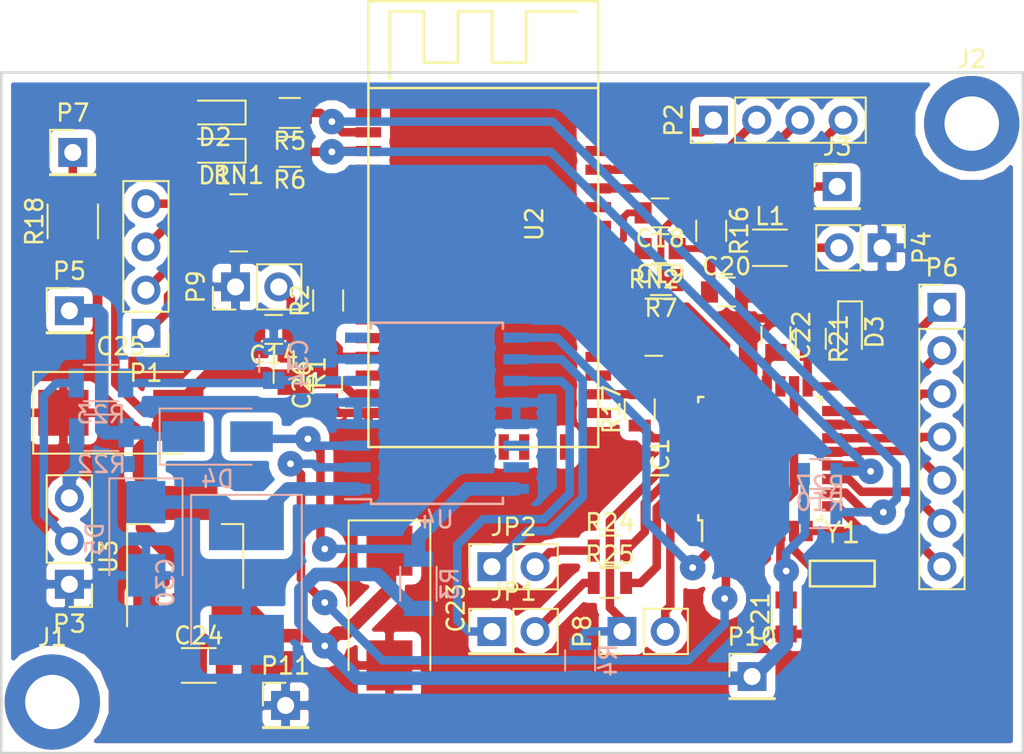
<source format=kicad_pcb>
(kicad_pcb (version 4) (host pcbnew 4.0.6)
  (title_block (title "IBus BT digital module") (date 2017-06-01) (rev 1) (company "the vty"))
  (layers (0 F.Cu signal) (31 B.Cu signal) (34 B.Paste user) (35 F.Paste user) (36 B.SilkS user) (37 F.SilkS user) (38 B.Mask user) (39 F.Mask user) (44 Edge.Cuts user))
  (net 0 "")
  (net 1 "Net-(C14-Pad1)")
  (net 2 GNDD)
  (net 3 "Net-(C19-Pad1)")
  (net 4 +3V3)
  (net 5 "Net-(D1-Pad1)")
  (net 6 "Net-(D2-Pad1)")
  (net 7 "Net-(L1-Pad2)")
  (net 8 "Net-(P1-Pad3)")
  (net 9 "Net-(P1-Pad4)")
  (net 10 "Net-(P3-Pad2)")
  (net 11 "Net-(P3-Pad3)")
  (net 12 "Net-(RN1-Pad7)")
  (net 13 "Net-(RN1-Pad8)")
  (net 14 "Net-(RN1-Pad6)")
  (net 15 "Net-(RN1-Pad5)")
  (net 16 "Net-(P1-Pad1)")
  (net 17 "Net-(P1-Pad2)")
  (net 18 +5V)
  (net 19 "Net-(C22-Pad2)")
  (net 20 "Net-(C34-Pad1)")
  (net 21 "Net-(D3-Pad2)")
  (net 22 "Net-(IC1-Pad7)")
  (net 23 "Net-(IC1-Pad8)")
  (net 24 "Net-(JP1-Pad1)")
  (net 25 "Net-(JP2-Pad1)")
  (net 26 "Net-(R1-Pad2)")
  (net 27 /B+)
  (net 28 /EN12)
  (net 29 /SPK_LP)
  (net 30 /SPK_LN)
  (net 31 /SPK_RP)
  (net 32 /SPK_RN)
  (net 33 "Net-(P7-Pad1)")
  (net 34 /TxDebug)
  (net 35 /RESET)
  (net 36 /MIC_BIAS)
  (net 37 /MIC_AP)
  (net 38 /MIC_AN)
  (net 39 "Net-(D4-Pad2)")
  (net 40 /SENSTA)
  (net 41 /EN)
  (net 42 /PD5)
  (net 43 /LED1)
  (net 44 /LED0)
  (net 45 /PB1)
  (net 46 /PB2)
  (net 47 /PB3-MOSI)
  (net 48 /PB4-MISO)
  (net 49 /PB5-SCK)
  (net 50 /PC0)
  (net 51 /PC1)
  (net 52 /PC2)
  (net 53 /PC3)
  (net 54 /PC4)
  (net 55 /RxD)
  (net 56 /TxD)
  (net 57 "Net-(JP1-Pad2)")
  (net 58 "Net-(JP2-Pad2)")
  (net 59 "Net-(R2-Pad2)")
  (net 60 "Net-(R17-Pad2)")
  (net 61 "Net-(RN2-Pad1)")
  (net 62 "Net-(RN2-Pad3)")
  (net 63 "Net-(RN2-Pad2)")
  (net 64 "Net-(RN2-Pad4)")
  (net 65 "Net-(R7-Pad2)")
  (module TO_SOT_Packages_SMD:SOT-223 (layer F.Cu) (at 132.3 104.25 90)
    (fp_text reference U3 (at 0 -4.5 90) (layer F.SilkS))
    (fp_text value LD1117S33CTR)
    (pad 4 smd rect (at 3.15 0 90) (size 2 3.8) (layers F.Cu F.Paste F.Mask))
    (pad 2 smd rect (at -3.15 0 90) (size 2 1.5) (layers F.Cu F.Paste F.Mask) (net 4 +3V3))
    (pad 3 smd rect (at -3.15 2.3 90) (size 2 1.5) (layers F.Cu F.Paste F.Mask) (net 18 +5V))
    (pad 1 smd rect (at -3.15 -2.3 90) (size 2 1.5) (layers F.Cu F.Paste F.Mask) (net 2 GNDD))
  )
  (module Capacitors_Tantalum_SMD:CP_Tantalum_Case-D_EIA-7343-31_Wave (layer F.Cu) (at 144.3 107.275 270)
    (fp_text reference C23 (at 0 -3.9 270) (layer F.SilkS))
    (fp_text value 22u)
    (pad 1 smd rect (at -3.375 0 270) (size 2.95 2.7) (layers F.Cu F.Paste F.Mask) (net 18 +5V))
    (pad 2 smd rect (at 3.375 0 270) (size 2.95 2.7) (layers F.Cu F.Paste F.Mask) (net 2 GNDD))
  )
  (module Resistors_SMD:R_1206 (layer B.Cu) (at 127.35 94.05)
    (fp_text reference R23 (at 0 1.85) (layer B.SilkS) (effects (justify mirror)))
    (fp_text value 10)
    (pad 1 smd rect (at -1.45 0) (size 0.9 1.7) (layers B.Cu B.Paste B.Mask) (net 10 "Net-(P3-Pad2)"))
    (pad 2 smd rect (at 1.45 0) (size 0.9 1.7) (layers B.Cu B.Paste B.Mask) (net 20 "Net-(C34-Pad1)"))
  )
  (module Pin_Headers:Pin_Header_Straight_2x01_Pitch2.54mm (layer F.Cu) (at 150.316 108.656)
    (fp_text reference JP1 (at 1.27 -2.33) (layer F.SilkS))
    (fp_text value Tx)
    (pad 1 thru_hole rect (at 0 0) (size 1.7 1.7) (drill 1) (layers *.Cu *.Mask) (net 24 "Net-(JP1-Pad1)"))
    (pad 2 thru_hole oval (at 2.54 0) (size 1.7 1.7) (drill 1) (layers *.Cu *.Mask) (net 57 "Net-(JP1-Pad2)"))
  )
  (module Resistors_SMD:R_Array_Convex_4x0603 (layer F.Cu) (at 159.83 90.768)
    (fp_text reference RN2 (at 0 -2.8) (layer F.SilkS))
    (fp_text value 8.2k)
    (pad 1 smd rect (at -0.9 -1.2) (size 0.8 0.5) (layers F.Cu F.Paste F.Mask) (net 61 "Net-(RN2-Pad1)"))
    (pad 3 smd rect (at -0.9 0.4) (size 0.8 0.4) (layers F.Cu F.Paste F.Mask) (net 62 "Net-(RN2-Pad3)"))
    (pad 2 smd rect (at -0.9 -0.4) (size 0.8 0.4) (layers F.Cu F.Paste F.Mask) (net 63 "Net-(RN2-Pad2)"))
    (pad 4 smd rect (at -0.9 1.2) (size 0.8 0.5) (layers F.Cu F.Paste F.Mask) (net 64 "Net-(RN2-Pad4)"))
    (pad 7 smd rect (at 0.9 -0.4) (size 0.8 0.4) (layers F.Cu F.Paste F.Mask) (net 51 /PC1))
    (pad 8 smd rect (at 0.9 -1.2) (size 0.8 0.5) (layers F.Cu F.Paste F.Mask) (net 50 /PC0))
    (pad 6 smd rect (at 0.9 0.4) (size 0.8 0.4) (layers F.Cu F.Paste F.Mask) (net 52 /PC2))
    (pad 5 smd rect (at 0.9 1.2) (size 0.8 0.5) (layers F.Cu F.Paste F.Mask) (net 53 /PC3))
  )
  (module Capacitors_SMD:C_0805 (layer F.Cu) (at 160.2 84.05 180)
    (fp_text reference C18 (at 0 -1.5 180) (layer F.SilkS))
    (fp_text value 100n)
    (pad 1 smd rect (at -1 0 180) (size 1 1.25) (layers F.Cu F.Paste F.Mask) (net 36 /MIC_BIAS))
    (pad 2 smd rect (at 1 0 180) (size 1 1.25) (layers F.Cu F.Paste F.Mask) (net 37 /MIC_AP))
  )
  (module Capacitors_SMD:C_0805 (layer F.Cu) (at 160.2 86.15 180)
    (fp_text reference C19 (at 0 -1.5 180) (layer F.SilkS))
    (fp_text value 100n)
    (pad 1 smd rect (at -1 0 180) (size 1 1.25) (layers F.Cu F.Paste F.Mask) (net 3 "Net-(C19-Pad1)"))
    (pad 2 smd rect (at 1 0 180) (size 1 1.25) (layers F.Cu F.Paste F.Mask) (net 38 /MIC_AN))
  )
  (module Resistors_SMD:R_1206 (layer F.Cu) (at 166.65 86.1)
    (fp_text reference L1 (at 0 -1.85) (layer F.SilkS))
    (fp_text value 15n)
    (pad 1 smd rect (at -1.45 0) (size 0.9 1.7) (layers F.Cu F.Paste F.Mask) (net 3 "Net-(C19-Pad1)"))
    (pad 2 smd rect (at 1.45 0) (size 0.9 1.7) (layers F.Cu F.Paste F.Mask) (net 7 "Net-(L1-Pad2)"))
  )
  (module Capacitors_SMD:C_0805 (layer F.Cu) (at 164.1 88.7)
    (fp_text reference C20 (at 0 -1.5) (layer F.SilkS))
    (fp_text value 15p)
    (pad 1 smd rect (at -1 0) (size 1 1.25) (layers F.Cu F.Paste F.Mask) (net 3 "Net-(C19-Pad1)"))
    (pad 2 smd rect (at 1 0) (size 1 1.25) (layers F.Cu F.Paste F.Mask) (net 2 GNDD))
  )
  (module Resistors_SMD:R_0805 (layer F.Cu) (at 163.2 85.1 270)
    (fp_text reference R16 (at 0 -1.65 270) (layer F.SilkS))
    (fp_text value 1k)
    (pad 1 smd rect (at -0.95 0 270) (size 0.7 1.3) (layers F.Cu F.Paste F.Mask) (net 36 /MIC_BIAS))
    (pad 2 smd rect (at 0.95 0 270) (size 0.7 1.3) (layers F.Cu F.Paste F.Mask) (net 3 "Net-(C19-Pad1)"))
  )
  (module CSR8645:CSR8645 (layer F.Cu) (at 149.814 84.712 270)
    (fp_text reference U2 (at 0 -3 270) (layer F.SilkS))
    (fp_text value CSR8645)
    (pad 1 smd rect (at -6.5 6.75 270) (size 0.6 1.5) (layers F.Cu F.Paste F.Mask))
    (pad 2 smd rect (at -5.4 6.75 270) (size 0.6 1.5) (layers F.Cu F.Paste F.Mask) (net 43 /LED1))
    (pad 3 smd rect (at -4.3 6.75 270) (size 0.6 1.5) (layers F.Cu F.Paste F.Mask) (net 44 /LED0))
    (pad 4 smd rect (at -3.2 6.75 270) (size 0.6 1.5) (layers F.Cu F.Paste F.Mask))
    (pad 5 smd rect (at -2.1 6.75 270) (size 0.6 1.5) (layers F.Cu F.Paste F.Mask) (net 13 "Net-(RN1-Pad8)"))
    (pad 6 smd rect (at -1 6.75 270) (size 0.6 1.5) (layers F.Cu F.Paste F.Mask) (net 12 "Net-(RN1-Pad7)"))
    (pad 7 smd rect (at 0.1 6.75 270) (size 0.6 1.5) (layers F.Cu F.Paste F.Mask) (net 14 "Net-(RN1-Pad6)"))
    (pad 8 smd rect (at 1.2 6.75 270) (size 0.6 1.5) (layers F.Cu F.Paste F.Mask) (net 15 "Net-(RN1-Pad5)"))
    (pad 9 smd rect (at 2.3 6.75 270) (size 0.6 1.5) (layers F.Cu F.Paste F.Mask) (net 59 "Net-(R2-Pad2)"))
    (pad 10 smd rect (at 3.4 6.75 270) (size 0.6 1.5) (layers F.Cu F.Paste F.Mask))
    (pad 11 smd rect (at 4.5 6.75 270) (size 0.6 1.5) (layers F.Cu F.Paste F.Mask))
    (pad 12 smd rect (at 5.6 6.75 270) (size 0.6 1.5) (layers F.Cu F.Paste F.Mask))
    (pad 13 smd rect (at 6.7 6.75 270) (size 0.6 1.5) (layers F.Cu F.Paste F.Mask))
    (pad 14 smd rect (at 7.8 6.75 270) (size 0.6 1.5) (layers F.Cu F.Paste F.Mask) (net 4 +3V3))
    (pad 15 smd rect (at 8.9 6.75 270) (size 0.6 1.5) (layers F.Cu F.Paste F.Mask) (net 59 "Net-(R2-Pad2)"))
    (pad 16 smd rect (at 10 6.75 270) (size 0.6 1.5) (layers F.Cu F.Paste F.Mask) (net 26 "Net-(R1-Pad2)"))
    (pad 17 smd rect (at 11.1 6.75 270) (size 0.6 1.5) (layers F.Cu F.Paste F.Mask) (net 2 GNDD))
    (pad 43 smd rect (at -6.5 -6.75 270) (size 0.6 1.5) (layers F.Cu F.Paste F.Mask))
    (pad 42 smd rect (at -5.4 -6.75 270) (size 0.6 1.5) (layers F.Cu F.Paste F.Mask) (net 29 /SPK_LP))
    (pad 41 smd rect (at -4.3 -6.75 270) (size 0.6 1.5) (layers F.Cu F.Paste F.Mask) (net 30 /SPK_LN))
    (pad 40 smd rect (at -3.2 -6.75 270) (size 0.6 1.5) (layers F.Cu F.Paste F.Mask) (net 31 /SPK_RP))
    (pad 39 smd rect (at -2.1 -6.75 270) (size 0.6 1.5) (layers F.Cu F.Paste F.Mask) (net 32 /SPK_RN))
    (pad 38 smd rect (at -1 -6.75 270) (size 0.6 1.5) (layers F.Cu F.Paste F.Mask))
    (pad 37 smd rect (at 0.1 -6.75 270) (size 0.6 1.5) (layers F.Cu F.Paste F.Mask))
    (pad 36 smd rect (at 1.2 -6.75 270) (size 0.6 1.5) (layers F.Cu F.Paste F.Mask) (net 37 /MIC_AP))
    (pad 35 smd rect (at 2.3 -6.75 270) (size 0.6 1.5) (layers F.Cu F.Paste F.Mask) (net 38 /MIC_AN))
    (pad 34 smd rect (at 3.4 -6.75 270) (size 0.6 1.5) (layers F.Cu F.Paste F.Mask) (net 65 "Net-(R7-Pad2)"))
    (pad 33 smd rect (at 4.5 -6.75 270) (size 0.6 1.5) (layers F.Cu F.Paste F.Mask) (net 61 "Net-(RN2-Pad1)"))
    (pad 32 smd rect (at 5.6 -6.75 270) (size 0.6 1.5) (layers F.Cu F.Paste F.Mask) (net 63 "Net-(RN2-Pad2)"))
    (pad 31 smd rect (at 6.7 -6.75 270) (size 0.6 1.5) (layers F.Cu F.Paste F.Mask) (net 62 "Net-(RN2-Pad3)"))
    (pad 30 smd rect (at 7.8 -6.75 270) (size 0.6 1.5) (layers F.Cu F.Paste F.Mask) (net 64 "Net-(RN2-Pad4)"))
    (pad 29 smd rect (at 8.9 -6.75 270) (size 0.6 1.5) (layers F.Cu F.Paste F.Mask))
    (pad 28 smd rect (at 10 -6.75 270) (size 0.6 1.5) (layers F.Cu F.Paste F.Mask) (net 60 "Net-(R17-Pad2)"))
    (pad 27 smd rect (at 11.1 -6.75 270) (size 0.6 1.5) (layers F.Cu F.Paste F.Mask))
    (pad 26 smd rect (at 13.1 -4.8 270) (size 1.5 0.6) (layers F.Cu F.Paste F.Mask))
    (pad 25 smd rect (at 13.1 -3.6 270) (size 1.5 0.6) (layers F.Cu F.Paste F.Mask))
    (pad 24 smd rect (at 13.1 -2.4 270) (size 1.5 0.6) (layers F.Cu F.Paste F.Mask))
    (pad 23 smd rect (at 13.1 -1.2 270) (size 1.5 0.6) (layers F.Cu F.Paste F.Mask))
    (pad 22 smd rect (at 13.1 0 270) (size 1.5 0.6) (layers F.Cu F.Paste F.Mask))
    (pad 21 smd rect (at 13.1 1.2 270) (size 1.5 0.6) (layers F.Cu F.Paste F.Mask))
    (pad 20 smd rect (at 13.1 2.4 270) (size 1.5 0.6) (layers F.Cu F.Paste F.Mask))
    (pad 19 smd rect (at 13.1 3.6 270) (size 1.5 0.6) (layers F.Cu F.Paste F.Mask))
    (pad 18 smd rect (at 13.1 4.8 270) (size 1.5 0.6) (layers F.Cu F.Paste F.Mask))
  )
  (module Capacitors_SMD:C_0805 (layer F.Cu) (at 137.5 90.9 180)
    (fp_text reference C14 (at 0 -1.5 180) (layer F.SilkS))
    (fp_text value 100n)
    (pad 1 smd rect (at -1 0 180) (size 1 1.25) (layers F.Cu F.Paste F.Mask) (net 1 "Net-(C14-Pad1)"))
    (pad 2 smd rect (at 1 0 180) (size 1 1.25) (layers F.Cu F.Paste F.Mask) (net 2 GNDD))
  )
  (module Capacitors_SMD:C_1206 (layer F.Cu) (at 133.1 110.65)
    (fp_text reference C24 (at 0 -1.75) (layer F.SilkS))
    (fp_text value 0.22u)
    (pad 1 smd rect (at -1.5 0) (size 1 1.6) (layers F.Cu F.Paste F.Mask) (net 2 GNDD))
    (pad 2 smd rect (at 1.5 0) (size 1 1.6) (layers F.Cu F.Paste F.Mask) (net 18 +5V))
  )
  (module Capacitors_SMD:C_0805 (layer F.Cu) (at 140.664 94.162 90)
    (fp_text reference C26 (at 0 -1.5 90) (layer F.SilkS))
    (fp_text value 0.22u)
    (pad 1 smd rect (at -1 0 90) (size 1 1.25) (layers F.Cu F.Paste F.Mask) (net 2 GNDD))
    (pad 2 smd rect (at 1 0 90) (size 1 1.25) (layers F.Cu F.Paste F.Mask) (net 4 +3V3))
  )
  (module Mounting_Holes:MountingHole_3.2mm_M3_DIN965_Pad (layer F.Cu) (at 124.5 112.8)
    (fp_text reference J1 (at 0 -3.8) (layer F.SilkS))
    (fp_text value Screw)
    (pad 1 thru_hole circle (at 0 0) (size 5.6 5.6) (drill 3.2) (layers *.Cu *.Mask))
  )
  (module Mounting_Holes:MountingHole_3.2mm_M3_DIN965_Pad (layer F.Cu) (at 178.5 78.8)
    (fp_text reference J2 (at 0 -3.8) (layer F.SilkS))
    (fp_text value Screw)
    (pad 1 thru_hole circle (at 0 0) (size 5.6 5.6) (drill 3.2) (layers *.Cu *.Mask))
  )
  (module Pin_Headers:Pin_Header_Straight_1x02_Pitch2.54mm (layer F.Cu) (at 173.24 86.1 270)
    (fp_text reference P4 (at 0 -2.33 270) (layer F.SilkS))
    (fp_text value MIC_A)
    (pad 1 thru_hole rect (at 0 0 270) (size 1.7 1.7) (drill 1) (layers *.Cu *.Mask) (net 2 GNDD))
    (pad 2 thru_hole oval (at 0 2.54 270) (size 1.7 1.7) (drill 1) (layers *.Cu *.Mask) (net 7 "Net-(L1-Pad2)"))
  )
  (module Resistors_SMD:R_0805 (layer F.Cu) (at 140.7 89.2 90)
    (fp_text reference R2 (at 0 -1.65 90) (layer F.SilkS))
    (fp_text value 10k)
    (pad 1 smd rect (at -0.95 0 90) (size 0.7 1.3) (layers F.Cu F.Paste F.Mask) (net 4 +3V3))
    (pad 2 smd rect (at 0.95 0 90) (size 0.7 1.3) (layers F.Cu F.Paste F.Mask) (net 59 "Net-(R2-Pad2)"))
  )
  (module Resistors_SMD:R_0805 (layer F.Cu) (at 138.444 78.176 180)
    (fp_text reference R5 (at 0 -1.65 180) (layer F.SilkS))
    (fp_text value 1k)
    (pad 1 smd rect (at -0.95 0 180) (size 0.7 1.3) (layers F.Cu F.Paste F.Mask) (net 43 /LED1))
    (pad 2 smd rect (at 0.95 0 180) (size 0.7 1.3) (layers F.Cu F.Paste F.Mask) (net 6 "Net-(D2-Pad1)"))
  )
  (module Resistors_SMD:R_0805 (layer F.Cu) (at 138.444 80.462 180)
    (fp_text reference R6 (at 0 -1.65 180) (layer F.SilkS))
    (fp_text value 1k)
    (pad 1 smd rect (at -0.95 0 180) (size 0.7 1.3) (layers F.Cu F.Paste F.Mask) (net 44 /LED0))
    (pad 2 smd rect (at 0.95 0 180) (size 0.7 1.3) (layers F.Cu F.Paste F.Mask) (net 5 "Net-(D1-Pad1)"))
  )
  (module Resistors_SMD:R_Array_Convex_4x0603 (layer F.Cu) (at 135.446 84.634)
    (fp_text reference RN1 (at 0 -2.8) (layer F.SilkS))
    (fp_text value 1k)
    (pad 1 smd rect (at -0.9 -1.2) (size 0.8 0.5) (layers F.Cu F.Paste F.Mask) (net 9 "Net-(P1-Pad4)"))
    (pad 3 smd rect (at -0.9 0.4) (size 0.8 0.4) (layers F.Cu F.Paste F.Mask) (net 17 "Net-(P1-Pad2)"))
    (pad 2 smd rect (at -0.9 -0.4) (size 0.8 0.4) (layers F.Cu F.Paste F.Mask) (net 8 "Net-(P1-Pad3)"))
    (pad 4 smd rect (at -0.9 1.2) (size 0.8 0.5) (layers F.Cu F.Paste F.Mask) (net 16 "Net-(P1-Pad1)"))
    (pad 7 smd rect (at 0.9 -0.4) (size 0.8 0.4) (layers F.Cu F.Paste F.Mask) (net 12 "Net-(RN1-Pad7)"))
    (pad 8 smd rect (at 0.9 -1.2) (size 0.8 0.5) (layers F.Cu F.Paste F.Mask) (net 13 "Net-(RN1-Pad8)"))
    (pad 6 smd rect (at 0.9 0.4) (size 0.8 0.4) (layers F.Cu F.Paste F.Mask) (net 14 "Net-(RN1-Pad6)"))
    (pad 5 smd rect (at 0.9 1.2) (size 0.8 0.5) (layers F.Cu F.Paste F.Mask) (net 15 "Net-(RN1-Pad5)"))
  )
  (module Pin_Headers:Pin_Header_Straight_1x02_Pitch2.54mm (layer F.Cu) (at 135.26 88.4 90)
    (fp_text reference P9 (at 0 -2.33 90) (layer F.SilkS))
    (fp_text value 1v8)
    (pad 1 thru_hole rect (at 0 0 90) (size 1.7 1.7) (drill 1) (layers *.Cu *.Mask) (net 2 GNDD))
    (pad 2 thru_hole oval (at 0 2.54 90) (size 1.7 1.7) (drill 1) (layers *.Cu *.Mask) (net 1 "Net-(C14-Pad1)"))
  )
  (module Pin_Headers:Pin_Header_Straight_1x04_Pitch2.54mm (layer F.Cu) (at 129.996 91.13 180)
    (fp_text reference P1 (at 0 -2.33 180) (layer F.SilkS))
    (fp_text value "SPI PROG")
    (pad 1 thru_hole rect (at 0 0 180) (size 1.7 1.7) (drill 1) (layers *.Cu *.Mask) (net 16 "Net-(P1-Pad1)"))
    (pad 2 thru_hole oval (at 0 2.54 180) (size 1.7 1.7) (drill 1) (layers *.Cu *.Mask) (net 17 "Net-(P1-Pad2)"))
    (pad 3 thru_hole oval (at 0 5.08 180) (size 1.7 1.7) (drill 1) (layers *.Cu *.Mask) (net 8 "Net-(P1-Pad3)"))
    (pad 4 thru_hole oval (at 0 7.62 180) (size 1.7 1.7) (drill 1) (layers *.Cu *.Mask) (net 9 "Net-(P1-Pad4)"))
  )
  (module Capacitors_SMD:C_0805 (layer F.Cu) (at 167.6 107.8 90)
    (fp_text reference C21 (at 0 -1.5 90) (layer F.SilkS))
    (fp_text value 0.22u)
    (pad 1 smd rect (at -1 0 90) (size 1 1.25) (layers F.Cu F.Paste F.Mask) (net 2 GNDD))
    (pad 2 smd rect (at 1 0 90) (size 1 1.25) (layers F.Cu F.Paste F.Mask) (net 18 +5V))
  )
  (module Pin_Headers:Pin_Header_Straight_1x03_Pitch2.54mm (layer F.Cu) (at 125.5 105.88 180)
    (fp_text reference P3 (at 0 -2.33 180) (layer F.SilkS))
    (fp_text value CAR)
    (pad 1 thru_hole rect (at 0 0 180) (size 1.7 1.7) (drill 1) (layers *.Cu *.Mask) (net 2 GNDD))
    (pad 2 thru_hole oval (at 0 2.54 180) (size 1.7 1.7) (drill 1) (layers *.Cu *.Mask) (net 10 "Net-(P3-Pad2)"))
    (pad 3 thru_hole oval (at 0 5.08 180) (size 1.7 1.7) (drill 1) (layers *.Cu *.Mask) (net 11 "Net-(P3-Pad3)"))
  )
  (module Resistors_SMD:R_1206 (layer B.Cu) (at 127.382 96.972)
    (fp_text reference R22 (at 0 1.85) (layer B.SilkS) (effects (justify mirror)))
    (fp_text value 10)
    (pad 1 smd rect (at -1.45 0) (size 0.9 1.7) (layers B.Cu B.Paste B.Mask) (net 11 "Net-(P3-Pad3)"))
    (pad 2 smd rect (at 1.45 0) (size 0.9 1.7) (layers B.Cu B.Paste B.Mask) (net 27 /B+))
  )
  (module Capacitors_SMD:C_0805 (layer F.Cu) (at 167 91.25 270)
    (fp_text reference C22 (at 0 -1.5 270) (layer F.SilkS))
    (fp_text value 100n)
    (pad 1 smd rect (at -1 0 270) (size 1 1.25) (layers F.Cu F.Paste F.Mask) (net 2 GNDD))
    (pad 2 smd rect (at 1 0 270) (size 1 1.25) (layers F.Cu F.Paste F.Mask) (net 19 "Net-(C22-Pad2)"))
  )
  (module Capacitors_Tantalum_SMD:CP_Tantalum_Case-D_EIA-7343-31_Wave (layer F.Cu) (at 128.525 95.8)
    (fp_text reference C25 (at 0 -3.9) (layer F.SilkS))
    (fp_text value 22u)
    (pad 1 smd rect (at -3.375 0) (size 2.95 2.7) (layers F.Cu F.Paste F.Mask) (net 2 GNDD))
    (pad 2 smd rect (at 3.375 0) (size 2.95 2.7) (layers F.Cu F.Paste F.Mask) (net 4 +3V3))
  )
  (module Capacitors_Tantalum_SMD:CP_Tantalum_Case-E_EIA-7260-38_Wave (layer B.Cu) (at 135.9 105.775 270)
    (fp_text reference C30 (at 0 4.75 270) (layer B.SilkS) (effects (justify mirror)))
    (fp_text value 22u)
    (pad 1 smd rect (at -3.375 0 270) (size 2.95 4.4) (layers B.Cu B.Paste B.Mask) (net 27 /B+))
    (pad 2 smd rect (at 3.375 0 270) (size 2.95 4.4) (layers B.Cu B.Paste B.Mask) (net 2 GNDD))
  )
  (module Capacitors_SMD:C_0805 (layer B.Cu) (at 137.5 92.9 90)
    (fp_text reference C34 (at 0 1.5 90) (layer B.SilkS) (effects (justify mirror)))
    (fp_text value 10p)
    (pad 1 smd rect (at -1 0 90) (size 1 1.25) (layers B.Cu B.Paste B.Mask) (net 20 "Net-(C34-Pad1)"))
    (pad 2 smd rect (at 1 0 90) (size 1 1.25) (layers B.Cu B.Paste B.Mask) (net 2 GNDD))
  )
  (module Diodes_SMD:D_SMB (layer B.Cu) (at 129.996 103.204 270)
    (fp_text reference D5 (at 0 3 270) (layer B.SilkS) (effects (justify mirror)))
    (fp_text value 24v)
    (pad 1 smd rect (at -2.15 0 270) (size 2.5 2.3) (layers B.Cu B.Paste B.Mask) (net 27 /B+))
    (pad 2 smd rect (at 2.15 0 270) (size 2.5 2.3) (layers B.Cu B.Paste B.Mask) (net 2 GNDD))
  )
  (module Housings_QFP:LQFP-32_7x7mm_Pitch0.8mm (layer F.Cu) (at 166.064 98.496 90)
    (fp_text reference IC1 (at 0 -5.85 90) (layer F.SilkS))
    (fp_text value ATMEGA328P-A)
    (pad 1 smd rect (at -4.25 -2.8 90) (size 1.2 0.6) (layers F.Cu F.Paste F.Mask) (net 40 /SENSTA))
    (pad 2 smd rect (at -4.25 -2 90) (size 1.2 0.6) (layers F.Cu F.Paste F.Mask) (net 41 /EN))
    (pad 3 smd rect (at -4.25 -1.2 90) (size 1.2 0.6) (layers F.Cu F.Paste F.Mask) (net 2 GNDD))
    (pad 4 smd rect (at -4.25 -0.4 90) (size 1.2 0.6) (layers F.Cu F.Paste F.Mask) (net 18 +5V))
    (pad 5 smd rect (at -4.25 0.4 90) (size 1.2 0.6) (layers F.Cu F.Paste F.Mask) (net 2 GNDD))
    (pad 6 smd rect (at -4.25 1.2 90) (size 1.2 0.6) (layers F.Cu F.Paste F.Mask) (net 18 +5V))
    (pad 7 smd rect (at -4.25 2 90) (size 1.2 0.6) (layers F.Cu F.Paste F.Mask) (net 22 "Net-(IC1-Pad7)"))
    (pad 8 smd rect (at -4.25 2.8 90) (size 1.2 0.6) (layers F.Cu F.Paste F.Mask) (net 23 "Net-(IC1-Pad8)"))
    (pad 9 smd rect (at -2.8 4.25 180) (size 1.2 0.6) (layers F.Cu F.Paste F.Mask) (net 42 /PD5))
    (pad 10 smd rect (at -2 4.25 180) (size 1.2 0.6) (layers F.Cu F.Paste F.Mask) (net 43 /LED1))
    (pad 11 smd rect (at -1.2 4.25 180) (size 1.2 0.6) (layers F.Cu F.Paste F.Mask) (net 34 /TxDebug))
    (pad 12 smd rect (at -0.4 4.25 180) (size 1.2 0.6) (layers F.Cu F.Paste F.Mask) (net 44 /LED0))
    (pad 13 smd rect (at 0.4 4.25 180) (size 1.2 0.6) (layers F.Cu F.Paste F.Mask) (net 45 /PB1))
    (pad 14 smd rect (at 1.2 4.25 180) (size 1.2 0.6) (layers F.Cu F.Paste F.Mask) (net 46 /PB2))
    (pad 15 smd rect (at 2 4.25 180) (size 1.2 0.6) (layers F.Cu F.Paste F.Mask) (net 47 /PB3-MOSI))
    (pad 16 smd rect (at 2.8 4.25 180) (size 1.2 0.6) (layers F.Cu F.Paste F.Mask) (net 48 /PB4-MISO))
    (pad 17 smd rect (at 4.25 2.8 90) (size 1.2 0.6) (layers F.Cu F.Paste F.Mask) (net 49 /PB5-SCK))
    (pad 18 smd rect (at 4.25 2 90) (size 1.2 0.6) (layers F.Cu F.Paste F.Mask) (net 18 +5V))
    (pad 19 smd rect (at 4.25 1.2 90) (size 1.2 0.6) (layers F.Cu F.Paste F.Mask))
    (pad 20 smd rect (at 4.25 0.4 90) (size 1.2 0.6) (layers F.Cu F.Paste F.Mask) (net 19 "Net-(C22-Pad2)"))
    (pad 21 smd rect (at 4.25 -0.4 90) (size 1.2 0.6) (layers F.Cu F.Paste F.Mask) (net 2 GNDD))
    (pad 22 smd rect (at 4.25 -1.2 90) (size 1.2 0.6) (layers F.Cu F.Paste F.Mask))
    (pad 23 smd rect (at 4.25 -2 90) (size 1.2 0.6) (layers F.Cu F.Paste F.Mask) (net 50 /PC0))
    (pad 24 smd rect (at 4.25 -2.8 90) (size 1.2 0.6) (layers F.Cu F.Paste F.Mask) (net 51 /PC1))
    (pad 25 smd rect (at 2.8 -4.25 180) (size 1.2 0.6) (layers F.Cu F.Paste F.Mask) (net 52 /PC2))
    (pad 26 smd rect (at 2 -4.25 180) (size 1.2 0.6) (layers F.Cu F.Paste F.Mask) (net 53 /PC3))
    (pad 27 smd rect (at 1.2 -4.25 180) (size 1.2 0.6) (layers F.Cu F.Paste F.Mask) (net 54 /PC4))
    (pad 28 smd rect (at 0.4 -4.25 180) (size 1.2 0.6) (layers F.Cu F.Paste F.Mask))
    (pad 29 smd rect (at -0.4 -4.25 180) (size 1.2 0.6) (layers F.Cu F.Paste F.Mask) (net 35 /RESET))
    (pad 30 smd rect (at -1.2 -4.25 180) (size 1.2 0.6) (layers F.Cu F.Paste F.Mask) (net 55 /RxD))
    (pad 31 smd rect (at -2 -4.25 180) (size 1.2 0.6) (layers F.Cu F.Paste F.Mask) (net 56 /TxD))
    (pad 32 smd rect (at -2.8 -4.25 180) (size 1.2 0.6) (layers F.Cu F.Paste F.Mask) (net 28 /EN12))
  )
  (module Resistors_SMD:R_0805 (layer F.Cu) (at 169.05 91.45 270)
    (fp_text reference R21 (at 0 -1.65 270) (layer F.SilkS))
    (fp_text value 1k)
    (pad 1 smd rect (at -0.95 0 270) (size 0.7 1.3) (layers F.Cu F.Paste F.Mask) (net 21 "Net-(D3-Pad2)"))
    (pad 2 smd rect (at 0.95 0 270) (size 0.7 1.3) (layers F.Cu F.Paste F.Mask) (net 49 /PB5-SCK))
  )
  (module Resistors_SMD:R_0805 (layer F.Cu) (at 157.25 103.9)
    (fp_text reference R24 (at 0 -1.65) (layer F.SilkS))
    (fp_text value 100)
    (pad 1 smd rect (at -0.95 0) (size 0.7 1.3) (layers F.Cu F.Paste F.Mask) (net 58 "Net-(JP2-Pad2)"))
    (pad 2 smd rect (at 0.95 0) (size 0.7 1.3) (layers F.Cu F.Paste F.Mask) (net 55 /RxD))
  )
  (module Resistors_SMD:R_0805 (layer F.Cu) (at 157.25 105.8)
    (fp_text reference R25 (at 0 -1.65) (layer F.SilkS))
    (fp_text value 100)
    (pad 1 smd rect (at -0.95 0) (size 0.7 1.3) (layers F.Cu F.Paste F.Mask) (net 57 "Net-(JP1-Pad2)"))
    (pad 2 smd rect (at 0.95 0) (size 0.7 1.3) (layers F.Cu F.Paste F.Mask) (net 56 /TxD))
  )
  (module Housings_SOIC:SOIC-16W_7.5x10.3mm_Pitch1.27mm (layer B.Cu) (at 147.092 95.829)
    (fp_text reference U4 (at 0 6.25) (layer B.SilkS) (effects (justify mirror)))
    (fp_text value TH3122.4)
    (pad 1 smd rect (at -4.65 4.445) (size 1.5 0.6) (layers B.Cu B.Paste B.Mask) (net 27 /B+))
    (pad 2 smd rect (at -4.65 3.175) (size 1.5 0.6) (layers B.Cu B.Paste B.Mask) (net 41 /EN))
    (pad 3 smd rect (at -4.65 1.905) (size 1.5 0.6) (layers B.Cu B.Paste B.Mask) (net 39 "Net-(D4-Pad2)"))
    (pad 4 smd rect (at -4.65 0.635) (size 1.5 0.6) (layers B.Cu B.Paste B.Mask) (net 2 GNDD))
    (pad 5 smd rect (at -4.65 -0.635) (size 1.5 0.6) (layers B.Cu B.Paste B.Mask) (net 2 GNDD))
    (pad 6 smd rect (at -4.65 -1.905) (size 1.5 0.6) (layers B.Cu B.Paste B.Mask) (net 20 "Net-(C34-Pad1)"))
    (pad 7 smd rect (at -4.65 -3.175) (size 1.5 0.6) (layers B.Cu B.Paste B.Mask) (net 2 GNDD))
    (pad 8 smd rect (at -4.65 -4.445) (size 1.5 0.6) (layers B.Cu B.Paste B.Mask))
    (pad 9 smd rect (at 4.65 -4.445) (size 1.5 0.6) (layers B.Cu B.Paste B.Mask) (net 40 /SENSTA))
    (pad 10 smd rect (at 4.65 -3.175) (size 1.5 0.6) (layers B.Cu B.Paste B.Mask) (net 25 "Net-(JP2-Pad1)"))
    (pad 11 smd rect (at 4.65 -1.905) (size 1.5 0.6) (layers B.Cu B.Paste B.Mask) (net 24 "Net-(JP1-Pad1)"))
    (pad 12 smd rect (at 4.65 -0.635) (size 1.5 0.6) (layers B.Cu B.Paste B.Mask) (net 2 GNDD))
    (pad 13 smd rect (at 4.65 0.635) (size 1.5 0.6) (layers B.Cu B.Paste B.Mask) (net 2 GNDD))
    (pad 14 smd rect (at 4.65 1.905) (size 1.5 0.6) (layers B.Cu B.Paste B.Mask))
    (pad 15 smd rect (at 4.65 3.175) (size 1.5 0.6) (layers B.Cu B.Paste B.Mask))
    (pad 16 smd rect (at 4.65 4.445) (size 1.5 0.6) (layers B.Cu B.Paste B.Mask) (net 39 "Net-(D4-Pad2)"))
  )
  (module Murata_CSTCE:SOIC-3 (layer F.Cu) (at 170.9 105.3 180)
    (fp_text reference Y1 (at 0 2.45 180) (layer F.SilkS) (effects (font (size 1.2 1.2))))
    (fp_text value 16MHz)
    (pad 1 smd rect (at -1.4 0 180) (size 0.8 1.5) (layers F.Cu F.Paste F.Mask) (net 23 "Net-(IC1-Pad8)"))
    (pad 2 smd rect (at 0 0 180) (size 0.4 1.5) (layers F.Cu F.Paste F.Mask) (net 2 GNDD))
    (pad 3 smd rect (at 1.4 0 180) (size 0.8 1.5) (layers F.Cu F.Paste F.Mask) (net 22 "Net-(IC1-Pad7)"))
  )
  (module Pin_Headers:Pin_Header_Straight_2x01_Pitch2.54mm (layer F.Cu) (at 150.316 104.846)
    (fp_text reference JP2 (at 1.27 -2.33) (layer F.SilkS))
    (fp_text value Rx)
    (pad 1 thru_hole rect (at 0 0) (size 1.7 1.7) (drill 1) (layers *.Cu *.Mask) (net 25 "Net-(JP2-Pad1)"))
    (pad 2 thru_hole oval (at 2.54 0) (size 1.7 1.7) (drill 1) (layers *.Cu *.Mask) (net 58 "Net-(JP2-Pad2)"))
  )
  (module Resistors_SMD:R_0805 (layer B.Cu) (at 169.6 101.7 180)
    (fp_text reference R27 (at 0 1.65 180) (layer B.SilkS) (effects (justify mirror)))
    (fp_text value 1k)
    (pad 1 smd rect (at -0.95 0 180) (size 0.7 1.3) (layers B.Cu B.Paste B.Mask) (net 43 /LED1))
    (pad 2 smd rect (at 0.95 0 180) (size 0.7 1.3) (layers B.Cu B.Paste B.Mask) (net 18 +5V))
  )
  (module Resistors_SMD:R_0805 (layer F.Cu) (at 159 95.6 90)
    (fp_text reference R17 (at 0 -1.65 90) (layer F.SilkS))
    (fp_text value 8.2k)
    (pad 1 smd rect (at -0.95 0 90) (size 0.7 1.3) (layers F.Cu F.Paste F.Mask) (net 54 /PC4))
    (pad 2 smd rect (at 0.95 0 90) (size 0.7 1.3) (layers F.Cu F.Paste F.Mask) (net 60 "Net-(R17-Pad2)"))
  )
  (module Resistors_SMD:R_0805 (layer B.Cu) (at 169.6 99.4)
    (fp_text reference R10 (at 0 1.65) (layer B.SilkS) (effects (justify mirror)))
    (fp_text value 1k)
    (pad 1 smd rect (at -0.95 0) (size 0.7 1.3) (layers B.Cu B.Paste B.Mask) (net 18 +5V))
    (pad 2 smd rect (at 0.95 0) (size 0.7 1.3) (layers B.Cu B.Paste B.Mask) (net 44 /LED0))
  )
  (module Resistors_SMD:R_1210 (layer F.Cu) (at 125.7 84.55 90)
    (fp_text reference R18 (at 0 -2.25 90) (layer F.SilkS))
    (fp_text value 20)
    (pad 1 smd rect (at -1.45 0 90) (size 0.9 2.5) (layers F.Cu F.Paste F.Mask) (net 2 GNDD))
    (pad 2 smd rect (at 1.45 0 90) (size 0.9 2.5) (layers F.Cu F.Paste F.Mask) (net 33 "Net-(P7-Pad1)"))
  )
  (module Resistors_SMD:R_0805 (layer F.Cu) (at 138.378 93.45 270)
    (fp_text reference R1 (at 0 -1.65 270) (layer F.SilkS))
    (fp_text value 1k)
    (pad 1 smd rect (at -0.95 0 270) (size 0.7 1.3) (layers F.Cu F.Paste F.Mask) (net 1 "Net-(C14-Pad1)"))
    (pad 2 smd rect (at 0.95 0 270) (size 0.7 1.3) (layers F.Cu F.Paste F.Mask) (net 26 "Net-(R1-Pad2)"))
  )
  (module LEDs:LED_0805 (layer F.Cu) (at 134.05 80.4 180)
    (fp_text reference D1 (at 0 -1.45 180) (layer F.SilkS))
    (fp_text value LED)
    (pad 2 smd rect (at 1.1 0) (size 1.2 1.2) (layers F.Cu F.Paste F.Mask) (net 4 +3V3))
    (pad 1 smd rect (at -1.1 0) (size 1.2 1.2) (layers F.Cu F.Paste F.Mask) (net 5 "Net-(D1-Pad1)"))
  )
  (module LEDs:LED_0805 (layer F.Cu) (at 134.05 78.15 180)
    (fp_text reference D2 (at 0 -1.45 180) (layer F.SilkS))
    (fp_text value LED)
    (pad 2 smd rect (at 1.1 0) (size 1.2 1.2) (layers F.Cu F.Paste F.Mask) (net 4 +3V3))
    (pad 1 smd rect (at -1.1 0) (size 1.2 1.2) (layers F.Cu F.Paste F.Mask) (net 6 "Net-(D2-Pad1)"))
  )
  (module LEDs:LED_0805 (layer F.Cu) (at 171.35 91.05 270)
    (fp_text reference D3 (at 0 -1.45 270) (layer F.SilkS))
    (fp_text value LED)
    (pad 2 smd rect (at 1.1 0 90) (size 1.2 1.2) (layers F.Cu F.Paste F.Mask) (net 21 "Net-(D3-Pad2)"))
    (pad 1 smd rect (at -1.1 0 90) (size 1.2 1.2) (layers F.Cu F.Paste F.Mask) (net 2 GNDD))
  )
  (module Pin_Headers:Pin_Header_Straight_1x04_Pitch2.54mm (layer F.Cu) (at 163.33 78.6 90)
    (fp_text reference P2 (at 0 -2.33 90) (layer F.SilkS))
    (fp_text value CONN_01X04)
    (pad 1 thru_hole rect (at 0 0 90) (size 1.7 1.7) (drill 1) (layers *.Cu *.Mask) (net 29 /SPK_LP))
    (pad 2 thru_hole oval (at 0 2.54 90) (size 1.7 1.7) (drill 1) (layers *.Cu *.Mask) (net 30 /SPK_LN))
    (pad 3 thru_hole oval (at 0 5.08 90) (size 1.7 1.7) (drill 1) (layers *.Cu *.Mask) (net 31 /SPK_RP))
    (pad 4 thru_hole oval (at 0 7.62 90) (size 1.7 1.7) (drill 1) (layers *.Cu *.Mask) (net 32 /SPK_RN))
  )
  (module Pin_Headers:Pin_Header_Straight_1x07_Pitch2.54mm (layer F.Cu) (at 176.75 89.6)
    (fp_text reference P6 (at 0 -2.33) (layer F.SilkS))
    (fp_text value CONN_01X07)
    (pad 1 thru_hole rect (at 0 0) (size 1.7 1.7) (drill 1) (layers *.Cu *.Mask) (net 49 /PB5-SCK))
    (pad 2 thru_hole oval (at 0 2.54) (size 1.7 1.7) (drill 1) (layers *.Cu *.Mask) (net 48 /PB4-MISO))
    (pad 3 thru_hole oval (at 0 5.08) (size 1.7 1.7) (drill 1) (layers *.Cu *.Mask) (net 47 /PB3-MOSI))
    (pad 4 thru_hole oval (at 0 7.62) (size 1.7 1.7) (drill 1) (layers *.Cu *.Mask) (net 46 /PB2))
    (pad 5 thru_hole oval (at 0 10.16) (size 1.7 1.7) (drill 1) (layers *.Cu *.Mask) (net 45 /PB1))
    (pad 6 thru_hole oval (at 0 12.7) (size 1.7 1.7) (drill 1) (layers *.Cu *.Mask) (net 34 /TxDebug))
    (pad 7 thru_hole oval (at 0 15.24) (size 1.7 1.7) (drill 1) (layers *.Cu *.Mask) (net 42 /PD5))
  )
  (module Pin_Headers:Pin_Header_Straight_1x02_Pitch2.54mm (layer F.Cu) (at 157.96 108.65 90)
    (fp_text reference P8 (at 0 -2.33 90) (layer F.SilkS))
    (fp_text value CONN_01X02)
    (pad 1 thru_hole rect (at 0 0 90) (size 1.7 1.7) (drill 1) (layers *.Cu *.Mask) (net 35 /RESET))
    (pad 2 thru_hole oval (at 0 2.54 90) (size 1.7 1.7) (drill 1) (layers *.Cu *.Mask) (net 28 /EN12))
  )
  (module Pin_Headers:Pin_Header_Straight_1x01_Pitch2.54mm (layer F.Cu) (at 125.5 89.8)
    (fp_text reference P5 (at 0 -2.33) (layer F.SilkS))
    (fp_text value B+)
    (pad 1 thru_hole rect (at 0 0) (size 1.7 1.7) (drill 1) (layers *.Cu *.Mask) (net 27 /B+))
  )
  (module Pin_Headers:Pin_Header_Straight_1x01_Pitch2.54mm (layer F.Cu) (at 125.7 80.5)
    (fp_text reference P7 (at 0 -2.33) (layer F.SilkS))
    (fp_text value GNDA)
    (pad 1 thru_hole rect (at 0 0) (size 1.7 1.7) (drill 1) (layers *.Cu *.Mask) (net 33 "Net-(P7-Pad1)"))
  )
  (module Pin_Headers:Pin_Header_Straight_1x01_Pitch2.54mm (layer F.Cu) (at 165.6 111.3)
    (fp_text reference P10 (at 0 -2.33) (layer F.SilkS))
    (fp_text value +5)
    (pad 1 thru_hole rect (at 0 0) (size 1.7 1.7) (drill 1) (layers *.Cu *.Mask) (net 18 +5V))
  )
  (module Resistors_SMD:R_1206 (layer B.Cu) (at 146 105.85 90)
    (fp_text reference R3 (at 0 1.85 90) (layer B.SilkS) (effects (justify mirror)))
    (fp_text value 0)
    (pad 1 smd rect (at -1.45 0 90) (size 0.9 1.7) (layers B.Cu B.Paste B.Mask) (net 18 +5V))
    (pad 2 smd rect (at 1.45 0 90) (size 0.9 1.7) (layers B.Cu B.Paste B.Mask) (net 39 "Net-(D4-Pad2)"))
  )
  (module Diodes_SMD:D_SMA (layer B.Cu) (at 134.2 97.2)
    (fp_text reference D4 (at 0 2.5) (layer B.SilkS) (effects (justify mirror)))
    (fp_text value D_Schottky)
    (pad 1 smd rect (at -2 0) (size 2.5 1.8) (layers B.Cu B.Paste B.Mask) (net 27 /B+))
    (pad 2 smd rect (at 2 0) (size 2.5 1.8) (layers B.Cu B.Paste B.Mask) (net 39 "Net-(D4-Pad2)"))
  )
  (module Pin_Headers:Pin_Header_Straight_1x01_Pitch2.54mm (layer F.Cu) (at 138.2 113)
    (fp_text reference P11 (at 0 -2.33) (layer F.SilkS))
    (fp_text value GNDD)
    (pad 1 thru_hole rect (at 0 0) (size 1.7 1.7) (drill 1) (layers *.Cu *.Mask) (net 2 GNDD))
  )
  (module Resistors_SMD:R_0805 (layer B.Cu) (at 155.5 110.35 90)
    (fp_text reference R4 (at 0 1.65 90) (layer B.SilkS) (effects (justify mirror)))
    (fp_text value 1k)
    (pad 1 smd rect (at -0.95 0 90) (size 0.7 1.3) (layers B.Cu B.Paste B.Mask) (net 18 +5V))
    (pad 2 smd rect (at 0.95 0 90) (size 0.7 1.3) (layers B.Cu B.Paste B.Mask) (net 35 /RESET))
  )
  (module Pin_Headers:Pin_Header_Straight_1x01_Pitch2.54mm (layer F.Cu) (at 170.6 82.5)
    (fp_text reference J3 (at 0 -2.33) (layer F.SilkS))
    (fp_text value "External Mic Bias")
    (pad 1 thru_hole rect (at 0 0) (size 1.7 1.7) (drill 1) (layers *.Cu *.Mask) (net 36 /MIC_BIAS))
  )
  (module Resistors_SMD:R_0805 (layer F.Cu) (at 160.25 88 180)
    (fp_text reference R7 (at 0 -1.65 180) (layer F.SilkS))
    (fp_text value 0)
    (pad 1 smd rect (at -0.95 0 180) (size 0.7 1.3) (layers F.Cu F.Paste F.Mask) (net 36 /MIC_BIAS))
    (pad 2 smd rect (at 0.95 0 180) (size 0.7 1.3) (layers F.Cu F.Paste F.Mask) (net 65 "Net-(R7-Pad2)"))
  )
  (gr_line (start 181.5 115.8) (end 181.5 75.8) (layer Edge.Cuts) (width 0.15))
  (gr_line (start 121.5 115.8) (end 181.5 115.8) (layer Edge.Cuts) (width 0.15))
  (gr_line (start 121.5 75.8) (end 121.5 115.8) (layer Edge.Cuts) (width 0.15))
  (gr_line (start 181.5 75.8) (end 121.5 75.8) (layer Edge.Cuts) (width 0.15))
  (segment (start 138.5 90.9) (end 138.5 89.1) (width 0.5) (layer F.Cu) (net 1))
  (segment (start 138.5 89.1) (end 137.8 88.4) (width 0.5) (layer F.Cu) (net 1))
  (segment (start 138.378 92.122) (end 138.403 92.122) (width 0.5) (layer F.Cu) (net 1))
  (segment (start 138.5 92.025) (end 138.5 90.9) (width 0.5) (layer F.Cu) (net 1))
  (segment (start 138.403 92.122) (end 138.5 92.025) (width 0.5) (layer F.Cu) (net 1))
  (segment (start 138.378 92.5) (end 138.378 92.122) (width 0.5) (layer F.Cu) (net 1))
  (segment (start 166.3 104.5) (end 166.464 104.336) (width 0.5) (layer F.Cu) (net 2))
  (segment (start 166.464 104.336) (end 166.464 102.746) (width 0.5) (layer F.Cu) (net 2))
  (segment (start 165 104.5) (end 166.3 104.5) (width 0.5) (layer F.Cu) (net 2))
  (segment (start 164.864 104.364) (end 165 104.5) (width 0.5) (layer F.Cu) (net 2))
  (segment (start 164.864 102.746) (end 164.864 104.364) (width 0.5) (layer F.Cu) (net 2))
  (segment (start 164.864 98.636) (end 165.664 97.836) (width 0.5) (layer F.Cu) (net 2))
  (segment (start 165.664 97.836) (end 165.664 94.246) (width 0.5) (layer F.Cu) (net 2))
  (segment (start 164.864 102.746) (end 164.864 98.636) (width 0.5) (layer F.Cu) (net 2))
  (segment (start 165.664 94.246) (end 165.664 91.586) (width 0.5) (layer F.Cu) (net 2))
  (segment (start 165.664 91.586) (end 167 90.25) (width 0.5) (layer F.Cu) (net 2))
  (segment (start 140.664 95.164) (end 141.312 95.812) (width 0.5) (layer F.Cu) (net 2))
  (segment (start 141.312 95.812) (end 143.064 95.812) (width 0.5) (layer F.Cu) (net 2))
  (segment (start 140.664 95.162) (end 140.664 95.164) (width 0.5) (layer F.Cu) (net 2))
  (segment (start 163.2 86.05) (end 163.2 88.6) (width 0.5) (layer F.Cu) (net 3))
  (segment (start 163.2 88.6) (end 163.1 88.7) (width 0.5) (layer F.Cu) (net 3))
  (segment (start 165.2 86.1) (end 163.25 86.1) (width 0.5) (layer F.Cu) (net 3))
  (segment (start 163.25 86.1) (end 163.2 86.05) (width 0.5) (layer F.Cu) (net 3))
  (segment (start 163.05 86.2) (end 163.2 86.05) (width 0.4) (layer F.Cu) (net 3))
  (segment (start 161.2 86.15) (end 163.1 86.15) (width 0.4) (layer F.Cu) (net 3))
  (segment (start 163.1 86.15) (end 163.2 86.05) (width 0.4) (layer F.Cu) (net 3))
  (segment (start 131.9 95.8) (end 129.925 95.8) (width 0.5) (layer F.Cu) (net 4))
  (segment (start 129.925 95.8) (end 128.2 94.075) (width 0.5) (layer F.Cu) (net 4))
  (segment (start 128.2 94.075) (end 128.2 93.7) (width 0.5) (layer F.Cu) (net 4))
  (segment (start 128.2 93.7) (end 128.2 93.9) (width 0.5) (layer F.Cu) (net 4))
  (segment (start 129.799999 99.650001) (end 129.625 99.475002) (width 0.8) (layer F.Cu) (net 4))
  (segment (start 131.775 95.8) (end 131.9 95.8) (width 0.8) (layer F.Cu) (net 4))
  (segment (start 129.625 99.475002) (end 129.625 97.95) (width 0.8) (layer F.Cu) (net 4))
  (segment (start 129.625 97.95) (end 131.775 95.8) (width 0.8) (layer F.Cu) (net 4))
  (segment (start 139.438035 93.5) (end 137.1 93.5) (width 0.5) (layer F.Cu) (net 4))
  (segment (start 139.776035 93.162) (end 139.438035 93.5) (width 0.5) (layer F.Cu) (net 4))
  (segment (start 140.664 93.162) (end 139.776035 93.162) (width 0.5) (layer F.Cu) (net 4))
  (segment (start 137.1 93.5) (end 133.775 93.5) (width 0.8) (layer F.Cu) (net 4))
  (segment (start 133.775 93.5) (end 130.725 96.55) (width 0.8) (layer F.Cu) (net 4))
  (segment (start 132.95 78.15) (end 129.75 78.15) (width 0.5) (layer F.Cu) (net 4))
  (segment (start 129.75 78.15) (end 128.2 79.7) (width 0.5) (layer F.Cu) (net 4))
  (segment (start 128.2 79.7) (end 128.2 93.7) (width 0.5) (layer F.Cu) (net 4))
  (segment (start 132.3 107.4) (end 132.3 105.080002) (width 0.8) (layer F.Cu) (net 4))
  (segment (start 132.3 105.080002) (end 129.799999 102.580001) (width 0.8) (layer F.Cu) (net 4))
  (segment (start 129.799999 102.580001) (end 129.799999 99.650001) (width 0.8) (layer F.Cu) (net 4))
  (segment (start 132.95 78.15) (end 132.95 80.4) (width 0.5) (layer F.Cu) (net 4))
  (segment (start 140.664 93.162) (end 141.314 92.512) (width 0.5) (layer F.Cu) (net 4))
  (segment (start 141.314 92.034) (end 140.664 91.384) (width 0.5) (layer F.Cu) (net 4))
  (segment (start 141.314 92.512) (end 141.314 92.034) (width 0.5) (layer F.Cu) (net 4))
  (segment (start 141.314 92.512) (end 143.064 92.512) (width 0.5) (layer F.Cu) (net 4))
  (segment (start 140.664 91.384) (end 140.664 90.114) (width 0.5) (layer F.Cu) (net 4))
  (segment (start 137.494 80.462) (end 135.212 80.462) (width 0.5) (layer F.Cu) (net 5))
  (segment (start 135.212 80.462) (end 135.15 80.4) (width 0.5) (layer F.Cu) (net 5))
  (segment (start 137.494 80.462) (end 137.494 80.762) (width 0.5) (layer F.Cu) (net 5))
  (segment (start 135.15 78.15) (end 137.468 78.15) (width 0.5) (layer F.Cu) (net 6))
  (segment (start 137.468 78.15) (end 137.494 78.176) (width 0.5) (layer F.Cu) (net 6))
  (segment (start 137.494 78.176) (end 137.412 78.176) (width 0.5) (layer F.Cu) (net 6))
  (segment (start 170.7 86.1) (end 168.1 86.1) (width 0.5) (layer F.Cu) (net 7))
  (segment (start 129.996 86.05) (end 131.812 84.234) (width 0.5) (layer F.Cu) (net 8))
  (segment (start 131.812 84.234) (end 133.646 84.234) (width 0.5) (layer F.Cu) (net 8))
  (segment (start 133.646 84.234) (end 134.546 84.234) (width 0.5) (layer F.Cu) (net 8))
  (segment (start 129.996 83.51) (end 134.47 83.51) (width 0.5) (layer F.Cu) (net 9))
  (segment (start 134.47 83.51) (end 134.546 83.434) (width 0.5) (layer F.Cu) (net 9))
  (segment (start 125.5 103.34) (end 124.650001 102.490001) (width 0.5) (layer B.Cu) (net 10))
  (segment (start 124.650001 102.490001) (end 124.650001 102.450001) (width 0.5) (layer B.Cu) (net 10))
  (segment (start 124 101.8) (end 124 94.8) (width 0.5) (layer B.Cu) (net 10))
  (segment (start 124 94.8) (end 124.75 94.05) (width 0.5) (layer B.Cu) (net 10))
  (segment (start 124.75 94.05) (end 125.9 94.05) (width 0.5) (layer B.Cu) (net 10))
  (segment (start 124.650001 102.450001) (end 124 101.8) (width 0.5) (layer B.Cu) (net 10))
  (segment (start 126 99.097919) (end 125.932 99.029919) (width 0.8) (layer B.Cu) (net 11))
  (segment (start 125.932 99.029919) (end 125.932 96.972) (width 0.8) (layer B.Cu) (net 11))
  (segment (start 125.5 100.8) (end 125.5 99.597919) (width 0.8) (layer B.Cu) (net 11))
  (segment (start 125.5 99.597919) (end 126 99.097919) (width 0.8) (layer B.Cu) (net 11))
  (segment (start 137.768 83.712) (end 141.814 83.712) (width 0.5) (layer F.Cu) (net 12))
  (segment (start 136.346 84.234) (end 137.246 84.234) (width 0.5) (layer F.Cu) (net 12))
  (segment (start 137.246 84.234) (end 137.768 83.712) (width 0.5) (layer F.Cu) (net 12))
  (segment (start 141.814 83.712) (end 143.064 83.712) (width 0.5) (layer F.Cu) (net 12))
  (segment (start 141.814 82.612) (end 143.064 82.612) (width 0.5) (layer F.Cu) (net 13))
  (segment (start 137.168 82.612) (end 141.814 82.612) (width 0.5) (layer F.Cu) (net 13))
  (segment (start 136.346 83.434) (end 137.168 82.612) (width 0.5) (layer F.Cu) (net 13))
  (segment (start 136.346 85.034) (end 142.842 85.034) (width 0.5) (layer F.Cu) (net 14))
  (segment (start 142.842 85.034) (end 143.064 84.812) (width 0.5) (layer F.Cu) (net 14))
  (segment (start 136.346 85.834) (end 142.986 85.834) (width 0.5) (layer F.Cu) (net 15))
  (segment (start 142.986 85.834) (end 143.064 85.912) (width 0.5) (layer F.Cu) (net 15))
  (segment (start 129.996 91.13) (end 131.296001 89.829999) (width 0.5) (layer F.Cu) (net 16))
  (segment (start 131.296001 89.829999) (end 131.296001 88.933999) (width 0.5) (layer F.Cu) (net 16))
  (segment (start 131.296001 88.933999) (end 134.396 85.834) (width 0.5) (layer F.Cu) (net 16))
  (segment (start 134.396 85.834) (end 134.546 85.834) (width 0.5) (layer F.Cu) (net 16))
  (segment (start 129.996 88.59) (end 133.552 85.034) (width 0.5) (layer F.Cu) (net 17))
  (segment (start 133.552 85.034) (end 134.546 85.034) (width 0.5) (layer F.Cu) (net 17))
  (segment (start 165.6 111.4) (end 156.9 111.4) (width 0.8) (layer B.Cu) (net 18))
  (segment (start 156.75 111.4) (end 156.9 111.4) (width 0.5) (layer B.Cu) (net 18))
  (segment (start 156.9 111.4) (end 142.4 111.4) (width 0.8) (layer B.Cu) (net 18))
  (segment (start 155.5 111.3) (end 156.65 111.3) (width 0.5) (layer B.Cu) (net 18))
  (segment (start 156.65 111.3) (end 156.75 111.4) (width 0.5) (layer B.Cu) (net 18))
  (segment (start 141.249999 108.750001) (end 141.724999 108.750001) (width 0.8) (layer F.Cu) (net 18))
  (segment (start 141.724999 108.750001) (end 144.3 106.175) (width 0.8) (layer F.Cu) (net 18))
  (segment (start 144.3 106.175) (end 144.3 103.9) (width 0.8) (layer F.Cu) (net 18))
  (segment (start 140.5 109.5) (end 141.249999 108.750001) (width 0.8) (layer F.Cu) (net 18))
  (segment (start 142.4 111.4) (end 140.5 109.5) (width 0.8) (layer B.Cu) (net 18))
  (segment (start 140.5 109.5) (end 139.1 108.1) (width 0.8) (layer B.Cu) (net 18))
  (segment (start 137.65 108.9) (end 139.9 108.9) (width 0.8) (layer F.Cu) (net 18))
  (segment (start 139.9 108.9) (end 140.5 109.5) (width 0.8) (layer F.Cu) (net 18))
  (via (at 140.5 109.5) (size 1.5) (drill 0.4) (layers F.Cu B.Cu) (net 18))
  (segment (start 167.602603 105.099674) (end 167.602603 109.397397) (width 0.8) (layer B.Cu) (net 18))
  (segment (start 167.602603 109.397397) (end 165.6 111.4) (width 0.8) (layer B.Cu) (net 18))
  (segment (start 139.1 108.1) (end 139.1 106.2) (width 0.8) (layer B.Cu) (net 18))
  (segment (start 143.6 105.3) (end 145.6 107.3) (width 0.8) (layer B.Cu) (net 18))
  (segment (start 139.1 106.2) (end 140 105.3) (width 0.8) (layer B.Cu) (net 18))
  (segment (start 140 105.3) (end 143.6 105.3) (width 0.8) (layer B.Cu) (net 18))
  (segment (start 145.6 107.3) (end 146 107.3) (width 0.8) (layer B.Cu) (net 18))
  (segment (start 167.602603 105.099674) (end 167.602603 104.039014) (width 0.5) (layer B.Cu) (net 18))
  (segment (start 167.602603 105.099674) (end 167.602603 106.797397) (width 0.8) (layer F.Cu) (net 18))
  (segment (start 167.602603 106.797397) (end 167.6 106.8) (width 0.8) (layer F.Cu) (net 18))
  (segment (start 167.3 101.2) (end 168.064 100.436) (width 0.5) (layer F.Cu) (net 18))
  (segment (start 168.064 100.436) (end 168.064 94.246) (width 0.5) (layer F.Cu) (net 18))
  (segment (start 167.2 101.2) (end 167.3 101.2) (width 0.5) (layer F.Cu) (net 18))
  (segment (start 167.2 101.2) (end 167.264 101.264) (width 0.5) (layer F.Cu) (net 18))
  (segment (start 167.264 101.264) (end 167.264 102.746) (width 0.5) (layer F.Cu) (net 18))
  (segment (start 166.11 101.2) (end 167.2 101.2) (width 0.5) (layer F.Cu) (net 18))
  (segment (start 165.664 102.746) (end 165.664 101.646) (width 0.5) (layer F.Cu) (net 18))
  (segment (start 165.664 101.646) (end 166.11 101.2) (width 0.5) (layer F.Cu) (net 18))
  (segment (start 134.6 107.4) (end 136.15 107.4) (width 0.8) (layer F.Cu) (net 18))
  (segment (start 136.15 107.4) (end 137.65 108.9) (width 0.8) (layer F.Cu) (net 18))
  (segment (start 134.6 110.65) (end 134.6 107.4) (width 0.8) (layer F.Cu) (net 18))
  (segment (start 167.264 104.761071) (end 167.602603 105.099674) (width 0.5) (layer F.Cu) (net 18))
  (segment (start 167.264 102.746) (end 167.264 104.761071) (width 0.5) (layer F.Cu) (net 18))
  (via (at 167.602603 105.099674) (size 1.5) (drill 0.4) (layers F.Cu B.Cu) (net 18))
  (segment (start 167.602603 104.039014) (end 168.641617 103) (width 0.5) (layer B.Cu) (net 18))
  (segment (start 168.7 101.8) (end 168.7 99.4) (width 0.5) (layer B.Cu) (net 18))
  (segment (start 168.641617 103) (end 168.65 103) (width 0.5) (layer B.Cu) (net 18))
  (segment (start 168.65 103) (end 168.7 102.95) (width 0.5) (layer B.Cu) (net 18))
  (segment (start 168.7 102.95) (end 168.7 101.8) (width 0.5) (layer B.Cu) (net 18))
  (segment (start 166.464 94.246) (end 166.464 92.786) (width 0.5) (layer F.Cu) (net 19))
  (segment (start 166.464 92.786) (end 167 92.25) (width 0.5) (layer F.Cu) (net 19))
  (segment (start 137.5 93.9) (end 142.418 93.9) (width 0.5) (layer B.Cu) (net 20))
  (segment (start 142.418 93.9) (end 142.442 93.924) (width 0.5) (layer B.Cu) (net 20))
  (segment (start 128.8 94.05) (end 137.35 94.05) (width 0.5) (layer B.Cu) (net 20))
  (segment (start 137.35 94.05) (end 137.5 93.9) (width 0.5) (layer B.Cu) (net 20))
  (segment (start 169.05 90.5) (end 169.7 90.5) (width 0.5) (layer F.Cu) (net 21))
  (segment (start 169.7 90.5) (end 171.35 92.15) (width 0.5) (layer F.Cu) (net 21))
  (segment (start 168.064 102.746) (end 168.064 103.864) (width 0.5) (layer F.Cu) (net 22))
  (segment (start 168.064 103.864) (end 169.5 105.3) (width 0.5) (layer F.Cu) (net 22))
  (segment (start 172.3 103.971965) (end 172.3 105.3) (width 0.5) (layer F.Cu) (net 23))
  (segment (start 168.864 102.746) (end 171.074035 102.746) (width 0.5) (layer F.Cu) (net 23))
  (segment (start 171.074035 102.746) (end 172.3 103.971965) (width 0.5) (layer F.Cu) (net 23))
  (segment (start 150.316 108.656) (end 148.966 108.656) (width 0.5) (layer B.Cu) (net 24))
  (segment (start 148.966 108.656) (end 148.284 107.974) (width 0.5) (layer B.Cu) (net 24))
  (segment (start 148.284 107.974) (end 148.284 103.576) (width 0.5) (layer B.Cu) (net 24))
  (segment (start 154.888 100.528) (end 154.888 94.432) (width 0.5) (layer B.Cu) (net 24))
  (segment (start 148.284 103.576) (end 149.808 102.052) (width 0.5) (layer B.Cu) (net 24))
  (segment (start 149.808 102.052) (end 153.364 102.052) (width 0.5) (layer B.Cu) (net 24))
  (segment (start 153.364 102.052) (end 154.888 100.528) (width 0.5) (layer B.Cu) (net 24))
  (segment (start 154.888 94.432) (end 154.38 93.924) (width 0.5) (layer B.Cu) (net 24))
  (segment (start 154.38 93.924) (end 151.742 93.924) (width 0.5) (layer B.Cu) (net 24))
  (segment (start 154.406036 92.654) (end 151.742 92.654) (width 0.5) (layer B.Cu) (net 25))
  (segment (start 153.653954 102.752011) (end 155.65 100.755965) (width 0.5) (layer B.Cu) (net 25))
  (segment (start 155.65 93.897964) (end 154.406036 92.654) (width 0.5) (layer B.Cu) (net 25))
  (segment (start 155.65 100.755965) (end 155.65 93.897964) (width 0.5) (layer B.Cu) (net 25))
  (segment (start 152.409989 102.752011) (end 153.653954 102.752011) (width 0.5) (layer B.Cu) (net 25))
  (segment (start 150.316 104.846) (end 152.409989 102.752011) (width 0.5) (layer B.Cu) (net 25))
  (segment (start 150.062 104.592) (end 150.316 104.846) (width 0.5) (layer B.Cu) (net 25))
  (segment (start 141.549003 94.112001) (end 139.815999 94.112001) (width 0.5) (layer F.Cu) (net 26))
  (segment (start 139.815999 94.112001) (end 139.528 94.4) (width 0.5) (layer F.Cu) (net 26))
  (segment (start 139.528 94.4) (end 138.378 94.4) (width 0.5) (layer F.Cu) (net 26))
  (segment (start 142.149002 94.712) (end 141.549003 94.112001) (width 0.5) (layer F.Cu) (net 26))
  (segment (start 143.064 94.712) (end 142.149002 94.712) (width 0.5) (layer F.Cu) (net 26))
  (segment (start 132.2 97.2) (end 130.25 97.2) (width 0.5) (layer B.Cu) (net 27))
  (segment (start 130.25 97.2) (end 130.25 97.14) (width 0.5) (layer B.Cu) (net 27))
  (segment (start 135.9 102.4) (end 136.2 102.4) (width 0.8) (layer B.Cu) (net 27))
  (segment (start 136.2 102.4) (end 138.326 100.274) (width 0.8) (layer B.Cu) (net 27))
  (segment (start 138.326 100.274) (end 142.442 100.274) (width 0.8) (layer B.Cu) (net 27))
  (segment (start 129.996 101.054) (end 134.554 101.054) (width 0.8) (layer B.Cu) (net 27))
  (segment (start 134.554 101.054) (end 135.9 102.4) (width 0.8) (layer B.Cu) (net 27))
  (segment (start 125.5 89.8) (end 127.15 89.8) (width 0.8) (layer B.Cu) (net 27))
  (segment (start 127.15 89.8) (end 127.4 90.05) (width 0.8) (layer B.Cu) (net 27))
  (segment (start 127.4 90.05) (end 127.4 96.79) (width 0.8) (layer B.Cu) (net 27))
  (segment (start 127.4 96.79) (end 127.582 96.972) (width 0.8) (layer B.Cu) (net 27))
  (segment (start 127.582 96.972) (end 128.832 96.972) (width 0.8) (layer B.Cu) (net 27))
  (segment (start 130.25 97.14) (end 130.25 99.512) (width 0.8) (layer B.Cu) (net 27))
  (segment (start 130.25 99.512) (end 130.25 101.054) (width 0.8) (layer B.Cu) (net 27))
  (segment (start 128.832 96.972) (end 130.082 96.972) (width 0.8) (layer B.Cu) (net 27))
  (segment (start 130.082 96.972) (end 130.25 97.14) (width 0.8) (layer B.Cu) (net 27))
  (segment (start 160.800011 102.309989) (end 160.800011 107.147908) (width 0.5) (layer F.Cu) (net 28))
  (segment (start 160.800011 107.147908) (end 160.5 107.447919) (width 0.5) (layer F.Cu) (net 28))
  (segment (start 160.5 107.447919) (end 160.5 108.65) (width 0.5) (layer F.Cu) (net 28))
  (segment (start 161.814 101.296) (end 160.800011 102.309989) (width 0.5) (layer F.Cu) (net 28))
  (segment (start 161.514 101.296) (end 161.814 101.296) (width 0.5) (layer F.Cu) (net 28))
  (segment (start 156.564 79.312) (end 162.618 79.312) (width 0.5) (layer F.Cu) (net 29))
  (segment (start 162.618 79.312) (end 163.33 78.6) (width 0.5) (layer F.Cu) (net 29))
  (segment (start 156.564 80.412) (end 164.058 80.412) (width 0.5) (layer F.Cu) (net 30))
  (segment (start 164.058 80.412) (end 165.87 78.6) (width 0.5) (layer F.Cu) (net 30))
  (segment (start 156.564 81.512) (end 165.498 81.512) (width 0.5) (layer F.Cu) (net 31))
  (segment (start 165.498 81.512) (end 168.41 78.6) (width 0.5) (layer F.Cu) (net 31))
  (segment (start 156.564 82.612) (end 166.938 82.612) (width 0.5) (layer F.Cu) (net 32))
  (segment (start 166.938 82.612) (end 170.95 78.6) (width 0.5) (layer F.Cu) (net 32))
  (segment (start 125.7 80.5) (end 125.7 83.1) (width 0.5) (layer F.Cu) (net 33))
  (segment (start 176.75 102.3) (end 174.891935 100.441935) (width 0.5) (layer F.Cu) (net 34))
  (segment (start 174.891935 100.441935) (end 172.018857 100.441935) (width 0.5) (layer F.Cu) (net 34))
  (segment (start 171.272922 99.696) (end 170.314 99.696) (width 0.5) (layer F.Cu) (net 34))
  (segment (start 172.018857 100.441935) (end 171.272922 99.696) (width 0.5) (layer F.Cu) (net 34))
  (segment (start 157.96 108.65) (end 157.96 107.96) (width 0.5) (layer F.Cu) (net 35))
  (segment (start 157.96 107.96) (end 157.25 107.25) (width 0.5) (layer F.Cu) (net 35))
  (segment (start 157.25 107.25) (end 157.25 102.15) (width 0.5) (layer F.Cu) (net 35))
  (segment (start 157.25 102.15) (end 160.504 98.896) (width 0.5) (layer F.Cu) (net 35))
  (segment (start 160.504 98.896) (end 161.814 98.896) (width 0.5) (layer F.Cu) (net 35))
  (segment (start 155.9 108.65) (end 157.96 108.65) (width 0.5) (layer B.Cu) (net 35))
  (segment (start 155.5 109.4) (end 155.5 109.05) (width 0.5) (layer B.Cu) (net 35))
  (segment (start 155.5 109.05) (end 155.9 108.65) (width 0.5) (layer B.Cu) (net 35))
  (segment (start 170.6 82.5) (end 169.25 82.5) (width 0.5) (layer F.Cu) (net 36))
  (segment (start 169.25 82.5) (end 167.6 84.15) (width 0.5) (layer F.Cu) (net 36))
  (segment (start 167.6 84.15) (end 164.35 84.15) (width 0.5) (layer F.Cu) (net 36))
  (segment (start 164.35 84.15) (end 163.2 84.15) (width 0.5) (layer F.Cu) (net 36))
  (segment (start 161.2 84.05) (end 161.2 84.175) (width 0.4) (layer F.Cu) (net 36))
  (segment (start 161.2 84.175) (end 160.25 85.125) (width 0.4) (layer F.Cu) (net 36))
  (segment (start 160.25 85.125) (end 160.25 87.8) (width 0.4) (layer F.Cu) (net 36))
  (segment (start 160.25 87.8) (end 160.45 88) (width 0.4) (layer F.Cu) (net 36))
  (segment (start 160.45 88) (end 161.2 88) (width 0.4) (layer F.Cu) (net 36))
  (segment (start 161.2 84.05) (end 163.1 84.05) (width 0.4) (layer F.Cu) (net 36))
  (segment (start 163.1 84.05) (end 163.2 84.15) (width 0.4) (layer F.Cu) (net 36))
  (segment (start 156.564 85.912) (end 157.714 85.912) (width 0.4) (layer F.Cu) (net 37))
  (segment (start 158.3 84.05) (end 159.2 84.05) (width 0.4) (layer F.Cu) (net 37))
  (segment (start 157.714 85.912) (end 158.05 85.576) (width 0.4) (layer F.Cu) (net 37))
  (segment (start 158.05 84.3) (end 158.3 84.05) (width 0.4) (layer F.Cu) (net 37))
  (segment (start 158.05 85.576) (end 158.05 84.3) (width 0.4) (layer F.Cu) (net 37))
  (segment (start 159.2 86.15) (end 158.338 87.012) (width 0.4) (layer F.Cu) (net 38))
  (segment (start 158.338 87.012) (end 156.564 87.012) (width 0.4) (layer F.Cu) (net 38))
  (segment (start 139.508488 97.332695) (end 136.332695 97.332695) (width 0.5) (layer B.Cu) (net 39))
  (segment (start 136.332695 97.332695) (end 136.2 97.2) (width 0.5) (layer B.Cu) (net 39))
  (segment (start 140.5 103.8) (end 145.4 103.8) (width 0.5) (layer B.Cu) (net 39))
  (segment (start 145.4 103.8) (end 146 104.4) (width 0.5) (layer B.Cu) (net 39))
  (segment (start 140.25 98.074207) (end 140.25 103.55) (width 0.5) (layer F.Cu) (net 39))
  (segment (start 140.25 103.55) (end 140.5 103.8) (width 0.5) (layer F.Cu) (net 39))
  (via (at 140.5 103.8) (size 1.5) (drill 0.4) (layers F.Cu B.Cu) (net 39))
  (segment (start 151.742 100.274) (end 148.876 100.274) (width 0.8) (layer B.Cu) (net 39))
  (segment (start 148.876 100.274) (end 146 103.15) (width 0.8) (layer B.Cu) (net 39))
  (segment (start 146 103.15) (end 146 104.4) (width 0.8) (layer B.Cu) (net 39))
  (segment (start 142.442 97.734) (end 139.909793 97.734) (width 0.5) (layer B.Cu) (net 39))
  (segment (start 139.909793 97.734) (end 139.508488 97.332695) (width 0.5) (layer B.Cu) (net 39))
  (segment (start 140.25 98.074207) (end 139.508488 97.332695) (width 0.5) (layer F.Cu) (net 39))
  (via (at 139.508488 97.332695) (size 1.5) (drill 0.4) (layers F.Cu B.Cu) (net 39))
  (segment (start 151.742 91.384) (end 154.126 91.384) (width 0.5) (layer B.Cu) (net 40))
  (segment (start 159.399989 96.657989) (end 159.399989 102.188718) (width 0.5) (layer B.Cu) (net 40))
  (via (at 162.110256 104.898985) (size 1.5) (drill 0.4) (layers F.Cu B.Cu) (net 40))
  (segment (start 163.264 102.746) (end 163.264 103.745241) (width 0.5) (layer F.Cu) (net 40))
  (segment (start 159.399989 102.188718) (end 162.110256 104.898985) (width 0.5) (layer B.Cu) (net 40))
  (segment (start 154.126 91.384) (end 159.399989 96.657989) (width 0.5) (layer B.Cu) (net 40))
  (segment (start 163.264 103.745241) (end 162.110256 104.898985) (width 0.5) (layer F.Cu) (net 40))
  (segment (start 140.5 106.95) (end 143.9 110.35) (width 0.5) (layer B.Cu) (net 41))
  (segment (start 143.9 110.35) (end 161.85 110.35) (width 0.5) (layer B.Cu) (net 41))
  (segment (start 161.85 110.35) (end 164 108.2) (width 0.5) (layer B.Cu) (net 41))
  (segment (start 164 108.2) (end 163.986913 108.186913) (width 0.5) (layer B.Cu) (net 41))
  (segment (start 163.986913 108.186913) (end 163.986913 106.718194) (width 0.5) (layer B.Cu) (net 41))
  (segment (start 139.1 99.408634) (end 138.487297 98.795931) (width 0.5) (layer F.Cu) (net 41))
  (via (at 140.5 106.95) (size 1.5) (drill 0.4) (layers F.Cu B.Cu) (net 41))
  (via (at 163.986913 106.718194) (size 1.5) (drill 0.4) (layers F.Cu B.Cu) (net 41))
  (segment (start 164.064 102.746) (end 164.064 106.641107) (width 0.5) (layer F.Cu) (net 41))
  (segment (start 164.064 106.641107) (end 163.986913 106.718194) (width 0.5) (layer F.Cu) (net 41))
  (segment (start 139.831259 98.795931) (end 138.487297 98.795931) (width 0.5) (layer B.Cu) (net 41))
  (segment (start 140.039328 99.004) (end 139.831259 98.795931) (width 0.5) (layer B.Cu) (net 41))
  (segment (start 142.442 99.004) (end 140.039328 99.004) (width 0.5) (layer B.Cu) (net 41))
  (via (at 138.487297 98.795931) (size 1.5) (drill 0.4) (layers F.Cu B.Cu) (net 41))
  (segment (start 140.5 106.95) (end 139.1 105.55) (width 0.5) (layer F.Cu) (net 41))
  (segment (start 139.1 105.55) (end 139.1 99.408634) (width 0.5) (layer F.Cu) (net 41))
  (segment (start 172.718 103.4) (end 175.31 103.4) (width 0.5) (layer F.Cu) (net 42))
  (segment (start 175.31 103.4) (end 176.75 104.84) (width 0.5) (layer F.Cu) (net 42))
  (segment (start 170.314 101.296) (end 170.614 101.296) (width 0.5) (layer F.Cu) (net 42))
  (segment (start 170.614 101.296) (end 172.718 103.4) (width 0.5) (layer F.Cu) (net 42))
  (segment (start 173.310698 101.641936) (end 170.758064 101.641936) (width 0.5) (layer B.Cu) (net 43))
  (segment (start 170.758064 101.641936) (end 170.6 101.8) (width 0.5) (layer B.Cu) (net 43))
  (segment (start 174.1 98.90896) (end 174.1 100.852634) (width 0.5) (layer B.Cu) (net 43))
  (segment (start 174.1 100.852634) (end 173.310698 101.641936) (width 0.5) (layer B.Cu) (net 43))
  (segment (start 140.918 78.684) (end 153.87504 78.684) (width 0.5) (layer B.Cu) (net 43))
  (segment (start 153.87504 78.684) (end 174.1 98.90896) (width 0.5) (layer B.Cu) (net 43))
  (via (at 173.310698 101.641936) (size 1.5) (drill 0.4) (layers F.Cu B.Cu) (net 43))
  (segment (start 172.228896 101.641936) (end 173.310698 101.641936) (width 0.5) (layer F.Cu) (net 43))
  (via (at 140.918 78.684) (size 1.5) (drill 0.4) (layers F.Cu B.Cu) (net 43))
  (segment (start 171.08296 100.496) (end 172.228896 101.641936) (width 0.5) (layer F.Cu) (net 43))
  (segment (start 140.664 78.684) (end 140.664 78.596) (width 0.5) (layer F.Cu) (net 43))
  (segment (start 140.664 78.596) (end 140.244 78.176) (width 0.5) (layer F.Cu) (net 43))
  (segment (start 140.918 78.684) (end 140.664 78.684) (width 0.5) (layer F.Cu) (net 43))
  (segment (start 141.546 79.312) (end 140.918 78.684) (width 0.5) (layer F.Cu) (net 43))
  (segment (start 170.314 100.496) (end 171.08296 100.496) (width 0.5) (layer F.Cu) (net 43))
  (segment (start 140.244 78.176) (end 139.394 78.176) (width 0.5) (layer F.Cu) (net 43))
  (segment (start 143.064 79.312) (end 141.546 79.312) (width 0.5) (layer F.Cu) (net 43))
  (segment (start 172.562983 99.241925) (end 170.758075 99.241925) (width 0.5) (layer B.Cu) (net 44))
  (segment (start 170.758075 99.241925) (end 170.6 99.4) (width 0.5) (layer B.Cu) (net 44))
  (segment (start 172.562983 99.241925) (end 171.621058 98.3) (width 0.5) (layer B.Cu) (net 44))
  (segment (start 171.621058 98.3) (end 153.783058 80.462) (width 0.5) (layer B.Cu) (net 44))
  (segment (start 153.783058 80.462) (end 140.918 80.462) (width 0.5) (layer B.Cu) (net 44))
  (via (at 172.562983 99.241925) (size 1.5) (drill 0.4) (layers F.Cu B.Cu) (net 44))
  (via (at 140.918 80.462) (size 1.5) (drill 0.4) (layers F.Cu B.Cu) (net 44))
  (segment (start 172.217058 98.896) (end 172.562983 99.241925) (width 0.5) (layer F.Cu) (net 44))
  (segment (start 170.314 98.896) (end 172.217058 98.896) (width 0.5) (layer F.Cu) (net 44))
  (segment (start 140.918 80.462) (end 139.394 80.462) (width 0.5) (layer F.Cu) (net 44))
  (segment (start 143.064 80.412) (end 140.968 80.412) (width 0.5) (layer F.Cu) (net 44))
  (segment (start 140.968 80.412) (end 140.918 80.462) (width 0.5) (layer F.Cu) (net 44))
  (segment (start 171.932904 98.096) (end 170.314 98.096) (width 0.5) (layer F.Cu) (net 45))
  (segment (start 171.986981 98.041923) (end 171.932904 98.096) (width 0.5) (layer F.Cu) (net 45))
  (segment (start 175.031923 98.041923) (end 171.986981 98.041923) (width 0.5) (layer F.Cu) (net 45))
  (segment (start 176.75 99.76) (end 175.031923 98.041923) (width 0.5) (layer F.Cu) (net 45))
  (segment (start 176.75 97.22) (end 175.547919 97.22) (width 0.5) (layer F.Cu) (net 46))
  (segment (start 175.547919 97.22) (end 175.471919 97.296) (width 0.5) (layer F.Cu) (net 46))
  (segment (start 175.471919 97.296) (end 171.414 97.296) (width 0.5) (layer F.Cu) (net 46))
  (segment (start 171.414 97.296) (end 170.314 97.296) (width 0.5) (layer F.Cu) (net 46))
  (segment (start 176.75 94.68) (end 175.547919 94.68) (width 0.5) (layer F.Cu) (net 47))
  (segment (start 175.547919 94.68) (end 173.731919 96.496) (width 0.5) (layer F.Cu) (net 47))
  (segment (start 173.731919 96.496) (end 171.414 96.496) (width 0.5) (layer F.Cu) (net 47))
  (segment (start 171.414 96.496) (end 170.314 96.496) (width 0.5) (layer F.Cu) (net 47))
  (segment (start 174.299988 93.900012) (end 172.504 95.696) (width 0.5) (layer F.Cu) (net 48))
  (segment (start 172.504 95.696) (end 170.314 95.696) (width 0.5) (layer F.Cu) (net 48))
  (segment (start 176.75 92.14) (end 174.989988 93.900012) (width 0.5) (layer F.Cu) (net 48))
  (segment (start 174.989988 93.900012) (end 174.299988 93.900012) (width 0.5) (layer F.Cu) (net 48))
  (segment (start 176.75 89.6) (end 172.104 94.246) (width 0.5) (layer F.Cu) (net 49))
  (segment (start 172.104 94.246) (end 168.864 94.246) (width 0.5) (layer F.Cu) (net 49))
  (segment (start 168.864 94.246) (end 168.864 92.586) (width 0.5) (layer F.Cu) (net 49))
  (segment (start 168.864 92.586) (end 169.05 92.4) (width 0.5) (layer F.Cu) (net 49))
  (segment (start 160.73 89.568) (end 161.769932 89.568) (width 0.5) (layer F.Cu) (net 50))
  (segment (start 161.769932 89.568) (end 164.064 91.862068) (width 0.5) (layer F.Cu) (net 50))
  (segment (start 164.064 91.862068) (end 164.064 94.246) (width 0.5) (layer F.Cu) (net 50))
  (segment (start 163.264 92.052033) (end 163.264 94.246) (width 0.5) (layer F.Cu) (net 51))
  (segment (start 160.73 90.368) (end 161.579967 90.368) (width 0.5) (layer F.Cu) (net 51))
  (segment (start 161.579967 90.368) (end 163.264 92.052033) (width 0.5) (layer F.Cu) (net 51))
  (segment (start 160.73 91.168) (end 160.829999 91.267999) (width 0.5) (layer F.Cu) (net 52))
  (segment (start 160.829999 91.267999) (end 161.490001 91.267999) (width 0.5) (layer F.Cu) (net 52))
  (segment (start 161.490001 91.267999) (end 161.814 91.591998) (width 0.5) (layer F.Cu) (net 52))
  (segment (start 161.814 91.591998) (end 161.814 94.896) (width 0.5) (layer F.Cu) (net 52))
  (segment (start 161.814 94.896) (end 161.814 95.696) (width 0.5) (layer F.Cu) (net 52))
  (segment (start 160.73 91.968) (end 160.73 96.322002) (width 0.5) (layer F.Cu) (net 53))
  (segment (start 160.73 96.322002) (end 160.903998 96.496) (width 0.5) (layer F.Cu) (net 53))
  (segment (start 160.903998 96.496) (end 161.814 96.496) (width 0.5) (layer F.Cu) (net 53))
  (segment (start 159.784 97.296) (end 161.814 97.296) (width 0.5) (layer F.Cu) (net 54))
  (segment (start 159.074 96.586) (end 159.784 97.296) (width 0.5) (layer F.Cu) (net 54))
  (segment (start 158.952 96.586) (end 159.074 96.586) (width 0.5) (layer F.Cu) (net 54))
  (segment (start 160.714033 99.696) (end 159.299989 101.110044) (width 0.5) (layer F.Cu) (net 55))
  (segment (start 159.299989 102.800011) (end 158.2 103.9) (width 0.5) (layer F.Cu) (net 55))
  (segment (start 159.299989 101.110044) (end 159.299989 102.800011) (width 0.5) (layer F.Cu) (net 55))
  (segment (start 161.814 99.696) (end 160.714033 99.696) (width 0.5) (layer F.Cu) (net 55))
  (segment (start 160 101.399998) (end 160 104.85) (width 0.5) (layer F.Cu) (net 56))
  (segment (start 160 104.85) (end 159.05 105.8) (width 0.5) (layer F.Cu) (net 56))
  (segment (start 159.05 105.8) (end 158.2 105.8) (width 0.5) (layer F.Cu) (net 56))
  (segment (start 161.814 100.496) (end 161.814 100.545999) (width 0.5) (layer F.Cu) (net 56))
  (segment (start 161.814 100.545999) (end 160.853999 100.545999) (width 0.5) (layer F.Cu) (net 56))
  (segment (start 160.853999 100.545999) (end 160 101.399998) (width 0.5) (layer F.Cu) (net 56))
  (segment (start 161.814 100.496) (end 161.764001 100.545999) (width 0.5) (layer F.Cu) (net 56))
  (segment (start 156.3 105.8) (end 155.712 105.8) (width 0.5) (layer F.Cu) (net 57))
  (segment (start 155.712 105.8) (end 152.856 108.656) (width 0.5) (layer F.Cu) (net 57))
  (segment (start 154.103999 103.996001) (end 154.2 103.9) (width 0.5) (layer F.Cu) (net 58))
  (segment (start 154.2 103.9) (end 156.3 103.9) (width 0.5) (layer F.Cu) (net 58))
  (segment (start 152.856 104.846) (end 153.705999 103.996001) (width 0.5) (layer F.Cu) (net 58))
  (segment (start 153.705999 103.996001) (end 154.103999 103.996001) (width 0.5) (layer F.Cu) (net 58))
  (segment (start 140.664 88.214) (end 141.866 87.012) (width 0.5) (layer F.Cu) (net 59))
  (segment (start 141.866 87.012) (end 143.064 87.012) (width 0.5) (layer F.Cu) (net 59))
  (segment (start 143.064 93.612) (end 144.314 93.612) (width 0.5) (layer F.Cu) (net 59))
  (segment (start 145.236 92.69) (end 145.236 87.574) (width 0.5) (layer F.Cu) (net 59))
  (segment (start 144.314 93.612) (end 145.236 92.69) (width 0.5) (layer F.Cu) (net 59))
  (segment (start 145.236 87.574) (end 144.674 87.012) (width 0.5) (layer F.Cu) (net 59))
  (segment (start 144.674 87.012) (end 143.064 87.012) (width 0.5) (layer F.Cu) (net 59))
  (segment (start 158.926 94.712) (end 158.952 94.686) (width 0.5) (layer F.Cu) (net 60))
  (segment (start 156.564 94.712) (end 158.926 94.712) (width 0.5) (layer F.Cu) (net 60))
  (segment (start 156.564 89.212) (end 158.574 89.212) (width 0.5) (layer F.Cu) (net 61))
  (segment (start 158.574 89.212) (end 158.93 89.568) (width 0.5) (layer F.Cu) (net 61))
  (segment (start 157.936 91.262) (end 157.936 91.29) (width 0.5) (layer F.Cu) (net 62))
  (segment (start 157.936 91.29) (end 157.814 91.412) (width 0.5) (layer F.Cu) (net 62))
  (segment (start 157.814 91.412) (end 156.564 91.412) (width 0.5) (layer F.Cu) (net 62))
  (segment (start 158.93 91.168) (end 158.03 91.168) (width 0.5) (layer F.Cu) (net 62))
  (segment (start 158.03 91.168) (end 157.936 91.262) (width 0.5) (layer F.Cu) (net 62))
  (segment (start 156.564 90.312) (end 158.874 90.312) (width 0.5) (layer F.Cu) (net 63))
  (segment (start 158.874 90.312) (end 158.93 90.368) (width 0.5) (layer F.Cu) (net 63))
  (segment (start 156.564 92.512) (end 158.386 92.512) (width 0.5) (layer F.Cu) (net 64))
  (segment (start 158.386 92.512) (end 158.93 91.968) (width 0.5) (layer F.Cu) (net 64))
  (segment (start 158.1 88) (end 157.988 88.112) (width 0.4) (layer F.Cu) (net 65))
  (segment (start 157.988 88.112) (end 156.564 88.112) (width 0.4) (layer F.Cu) (net 65))
  (segment (start 159.3 88) (end 158.1 88) (width 0.4) (layer F.Cu) (net 65))
  (zone (net 2) (net_name GNDD) (layer F.Cu) (connect_pads (clearance 0.508)) (min_thickness 0.254) (fill yes (arc_segments 16) (thermal_gap 0.508) (thermal_bridge_width 0.508))
    (polygon (pts (xy 121.5 75.8) (xy 181.5 75.8) (xy 181.5 115.8) (xy 121.5 115.8)))
  )
  (zone (net 2) (net_name GNDD) (layer B.Cu) (connect_pads (clearance 0.508)) (min_thickness 0.254) (fill yes (arc_segments 16) (thermal_gap 0.508) (thermal_bridge_width 0.508))
    (polygon (pts (xy 121.5 75.8) (xy 181.5 75.8) (xy 181.5 115.8) (xy 121.5 115.8)))
  )
)
</source>
